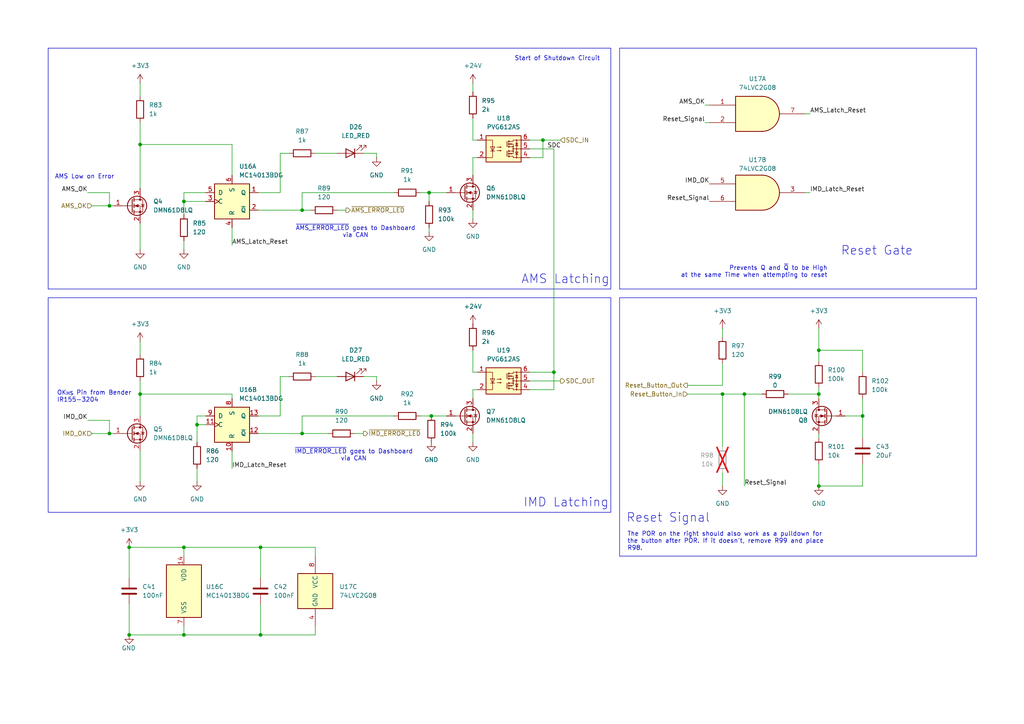
<source format=kicad_sch>
(kicad_sch (version 20250114) (generator "eeschema") (generator_version "9.0")
  (paper "A4")
  (title_block (title "SDC Latching") (date "2025-03-09") (rev "V1") (comment 1 "Lene Marquardt"))
  (lib_symbols
    (symbol "4xxx:4013" (pin_names (offset 1.016))
      (property "Reference" "U" (at -7.62 8.89 0))
      (property "Value" "4013" (at -7.62 -8.89 0))
      (symbol "4013_1_1"
        (rectangle (start -5.08 5.08) (end 5.08 -5.08) (stroke (width 0.254)) (fill (type background)))
        (pin input line (at -7.62 2.54 0) (length 2.54) (name "D") (number "5"))
        (pin input clock (at -7.62 0 0) (length 2.54) (name "C") (number "3"))
        (pin input line (at 0 7.62 270) (length 2.54) (name "S") (number "6"))
        (pin input line (at 0 -7.62 90) (length 2.54) (name "R") (number "4"))
        (pin output line (at 7.62 2.54 180) (length 2.54) (name "Q") (number "1"))
        (pin output line (at 7.62 -2.54 180) (length 2.54) (name "~{Q}") (number "2"))
      )
      (symbol "4013_2_1"
        (rectangle (start -5.08 5.08) (end 5.08 -5.08) (stroke (width 0.254)) (fill (type background)))
        (pin input line (at -7.62 2.54 0) (length 2.54) (name "D") (number "9"))
        (pin input clock (at -7.62 0 0) (length 2.54) (name "C") (number "11"))
        (pin input line (at 0 7.62 270) (length 2.54) (name "S") (number "8"))
        (pin input line (at 0 -7.62 90) (length 2.54) (name "R") (number "10"))
        (pin output line (at 7.62 2.54 180) (length 2.54) (name "Q") (number "13"))
        (pin output line (at 7.62 -2.54 180) (length 2.54) (name "~{Q}") (number "12"))
      )
      (symbol "4013_3_0"
        (pin power_in line (at 0 10.16 270) (length 2.54) (name "VDD") (number "14"))
        (pin power_in line (at 0 -10.16 90) (length 2.54) (name "VSS") (number "7"))
      )
      (symbol "4013_3_1"
        (rectangle (start -5.08 7.62) (end 5.08 -7.62) (stroke (width 0.254)) (fill (type background)))
      )
    )
    (symbol "74xGxx:74LVC2G08"
      (property "Reference" "U" (at -10.16 7.62 0))
      (property "Value" "74LVC2G08" (at -10.16 -7.62 0))
      (symbol "74LVC2G08_1_1"
        (arc (start 0 5.08) (mid 5.0579 0) (end 0 -5.08) (stroke (width 0.254)) (fill (type background)))
        (polyline (pts (xy 0 -5.08) (xy -7.62 -5.08) (xy -7.62 5.08) (xy 0 5.08)) (stroke (width 0.254)) (fill (type background)))
        (pin input line (at -15.24 2.54 0) (length 7.62) (name "~") (number "1"))
        (pin input line (at -15.24 -2.54 0) (length 7.62) (name "~") (number "2"))
        (pin output line (at 12.7 0 180) (length 7.62) (name "~") (number "7"))
      )
      (symbol "74LVC2G08_2_1"
        (arc (start 0 5.08) (mid 5.0579 0) (end 0 -5.08) (stroke (width 0.254)) (fill (type background)))
        (polyline (pts (xy 0 -5.08) (xy -7.62 -5.08) (xy -7.62 5.08) (xy 0 5.08)) (stroke (width 0.254)) (fill (type background)))
        (pin input line (at -15.24 2.54 0) (length 7.62) (name "~") (number "5"))
        (pin input line (at -15.24 -2.54 0) (length 7.62) (name "~") (number "6"))
        (pin output line (at 12.7 0 180) (length 7.62) (name "~") (number "3"))
      )
      (symbol "74LVC2G08_3_0"
        (rectangle (start -5.08 -5.08) (end 5.08 5.08) (stroke (width 0.254)) (fill (type background)))
      )
      (symbol "74LVC2G08_3_1"
        (pin power_in line (at 0 10.16 270) (length 5.08) (name "VCC") (number "8"))
        (pin power_in line (at 0 -10.16 90) (length 5.08) (name "GND") (number "4"))
      )
    )
    (symbol "Device:C" (pin_numbers (hide yes)) (pin_names (offset 0.254))
      (property "Reference" "C" (at 0.635 2.54 0))
      (property "Value" "C" (at 0.635 -2.54 0))
      (symbol "C_0_1"
        (polyline (pts (xy -2.032 0.762) (xy 2.032 0.762)) (stroke (width 0.508)))
        (polyline (pts (xy -2.032 -0.762) (xy 2.032 -0.762)) (stroke (width 0.508)))
      )
      (symbol "C_1_1"
        (pin passive line (at 0 3.81 270) (length 2.794) (name "~") (number "1"))
        (pin passive line (at 0 -3.81 90) (length 2.794) (name "~") (number "2"))
      )
    )
    (symbol "Device:LED" (pin_numbers (hide yes)) (pin_names (offset 1.016) (hide yes))
      (property "Reference" "D" (at 0 2.54 0))
      (property "Value" "LED" (at 0 -2.54 0))
      (symbol "LED_0_1"
        (polyline (pts (xy -3.048 -0.762) (xy -4.572 -2.286) (xy -3.81 -2.286) (xy -4.572 -2.286) (xy -4.572 -1.524)))
        (polyline (pts (xy -1.778 -0.762) (xy -3.302 -2.286) (xy -2.54 -2.286) (xy -3.302 -2.286) (xy -3.302 -1.524)))
        (polyline (pts (xy -1.27 0) (xy 1.27 0)))
        (polyline (pts (xy -1.27 -1.27) (xy -1.27 1.27)) (stroke (width 0.254)))
        (polyline (pts (xy 1.27 -1.27) (xy 1.27 1.27) (xy -1.27 0) (xy 1.27 -1.27)) (stroke (width 0.254)))
      )
      (symbol "LED_1_1"
        (pin passive line (at -3.81 0 0) (length 2.54) (name "K") (number "1"))
        (pin passive line (at 3.81 0 180) (length 2.54) (name "A") (number "2"))
      )
    )
    (symbol "Device:R" (pin_numbers (hide yes)) (pin_names (offset 0))
      (property "Reference" "R" (at 2.032 0 90))
      (property "Value" "R" (at 0 0 90))
      (symbol "R_0_1"
        (rectangle (start -1.016 -2.54) (end 1.016 2.54) (stroke (width 0.254)))
      )
      (symbol "R_1_1"
        (pin passive line (at 0 3.81 270) (length 1.27) (name "~") (number "1"))
        (pin passive line (at 0 -3.81 90) (length 1.27) (name "~") (number "2"))
      )
    )
    (symbol "FaSTTUBe_Power-Switches:PVG612AS"
      (property "Reference" "U" (at -3.81 5.08 0))
      (property "Value" "PVG612AS" (at 0 -5.08 0))
      (symbol "PVG612AS_0_1"
        (rectangle (start -5.08 3.81) (end 5.08 -3.81) (stroke (width 0.254)) (fill (type background)))
        (polyline (pts (xy -5.08 2.54) (xy -3.175 2.54) (xy -3.175 -2.54) (xy -5.08 -2.54)))
        (polyline (pts (xy -3.81 -0.635) (xy -2.54 -0.635)))
        (polyline (pts (xy -3.175 -0.635) (xy -3.81 0.635) (xy -2.54 0.635) (xy -3.175 -0.635)))
        (polyline (pts (xy -1.905 0.508) (xy -0.635 0.508) (xy -1.016 0.381) (xy -1.016 0.635) (xy -0.635 0.508)))
        (polyline (pts (xy -1.905 -0.508) (xy -0.635 -0.508) (xy -1.016 -0.635) (xy -1.016 -0.381) (xy -0.635 -0.508)))
        (polyline (pts (xy 1.016 2.159) (xy 1.016 0.635)) (stroke (width 0.2032)))
        (polyline (pts (xy 1.016 -0.635) (xy 1.016 -2.159)) (stroke (width 0.2032)))
        (polyline (pts (xy 1.524 2.286) (xy 1.524 2.032) (xy 1.524 2.032)) (stroke (width 0.3556)))
        (polyline (pts (xy 1.524 1.524) (xy 1.524 1.27) (xy 1.524 1.27)) (stroke (width 0.3556)))
        (polyline (pts (xy 1.524 0.762) (xy 1.524 0.508) (xy 1.524 0.508)) (stroke (width 0.3556)))
        (polyline (pts (xy 1.524 -0.508) (xy 1.524 -0.762)) (stroke (width 0.3556)))
        (polyline (pts (xy 1.524 -1.27) (xy 1.524 -1.524) (xy 1.524 -1.524)) (stroke (width 0.3556)))
        (polyline (pts (xy 1.524 -2.032) (xy 1.524 -2.286) (xy 1.524 -2.286)) (stroke (width 0.3556)))
        (polyline (pts (xy 1.651 2.159) (xy 2.794 2.159) (xy 2.794 2.54) (xy 5.08 2.54)))
        (polyline (pts (xy 1.651 1.397) (xy 2.794 1.397) (xy 2.794 0.635)))
        (polyline (pts (xy 1.651 -0.635) (xy 2.794 -0.635) (xy 2.794 0.635) (xy 1.651 0.635)))
        (polyline (pts (xy 1.651 -1.397) (xy 2.794 -1.397) (xy 2.794 -0.635)))
        (polyline (pts (xy 1.651 -2.159) (xy 2.794 -2.159) (xy 2.794 -2.54) (xy 5.08 -2.54)))
        (polyline (pts (xy 1.778 1.397) (xy 2.286 1.524) (xy 2.286 1.27) (xy 1.778 1.397)))
        (polyline (pts (xy 1.778 -1.397) (xy 2.286 -1.27) (xy 2.286 -1.524) (xy 1.778 -1.397)))
        (circle (center 2.794 0.635) (radius 0.127))
        (polyline (pts (xy 2.794 0) (xy 5.08 0)))
        (circle (center 2.794 0) (radius 0.127))
        (circle (center 2.794 -0.635) (radius 0.127))
        (polyline (pts (xy 3.429 1.651) (xy 4.191 1.651)))
        (polyline (pts (xy 3.429 -1.651) (xy 4.191 -1.651)))
        (circle (center 3.81 2.54) (radius 0.127))
        (polyline (pts (xy 3.81 1.651) (xy 3.429 0.889) (xy 4.191 0.889) (xy 3.81 1.651)))
        (circle (center 3.81 0) (radius 0.127))
        (polyline (pts (xy 3.81 -1.651) (xy 3.429 -0.889) (xy 4.191 -0.889) (xy 3.81 -1.651)))
        (polyline (pts (xy 3.81 -2.54) (xy 3.81 2.54)))
        (circle (center 3.81 -2.54) (radius 0.127))
      )
      (symbol "PVG612AS_1_1"
        (pin passive line (at -7.62 2.54 0) (length 2.54) (name "~") (number "1"))
        (pin passive line (at -7.62 -2.54 0) (length 2.54) (name "~") (number "2"))
        (pin no_connect line (at -5.08 0 0) (length 2.54) (hide yes) (name "~") (number "3"))
        (pin passive line (at 7.62 2.54 180) (length 2.54) (name "~") (number "6"))
        (pin passive line (at 7.62 0 180) (length 2.54) (name "~") (number "5"))
        (pin passive line (at 7.62 -2.54 180) (length 2.54) (name "~") (number "4"))
      )
    )
    (symbol "Transistor_FET:DMN61D8LQ" (pin_names (hide yes))
      (property "Reference" "Q" (at 5.08 1.905 0))
      (property "Value" "DMN61D8LQ" (at 5.08 0 0))
      (symbol "DMN61D8LQ_0_1"
        (polyline (pts (xy 0.254 1.905) (xy 0.254 -1.905)) (stroke (width 0.254)))
        (polyline (pts (xy 0.254 0) (xy -2.54 0)))
        (polyline (pts (xy 0.762 2.286) (xy 0.762 1.27)) (stroke (width 0.254)))
        (polyline (pts (xy 0.762 0.508) (xy 0.762 -0.508)) (stroke (width 0.254)))
        (polyline (pts (xy 0.762 -1.27) (xy 0.762 -2.286)) (stroke (width 0.254)))
        (polyline (pts (xy 0.762 -1.778) (xy 3.302 -1.778) (xy 3.302 1.778) (xy 0.762 1.778)))
        (polyline (pts (xy 1.016 0) (xy 2.032 0.381) (xy 2.032 -0.381) (xy 1.016 0)) (fill (type outline)))
        (circle (center 1.651 0) (radius 2.794) (stroke (width 0.254)))
        (polyline (pts (xy 2.54 2.54) (xy 2.54 1.778)))
        (circle (center 2.54 1.778) (radius 0.254) (fill (type outline)))
        (circle (center 2.54 -1.778) (radius 0.254) (fill (type outline)))
        (polyline (pts (xy 2.54 -2.54) (xy 2.54 0) (xy 0.762 0)))
        (polyline (pts (xy 2.794 0.508) (xy 2.921 0.381) (xy 3.683 0.381) (xy 3.81 0.254)))
        (polyline (pts (xy 3.302 0.381) (xy 2.921 -0.254) (xy 3.683 -0.254) (xy 3.302 0.381)))
      )
      (symbol "DMN61D8LQ_1_1"
        (pin input line (at -5.08 0 0) (length 2.54) (name "G") (number "1"))
        (pin passive line (at 2.54 5.08 270) (length 2.54) (name "D") (number "3"))
        (pin passive line (at 2.54 -5.08 90) (length 2.54) (name "S") (number "2"))
      )
    )
    (symbol "power:+24V" (power) (pin_numbers (hide yes)) (pin_names (offset 0) (hide yes))
      (property "Value" "+24V" (at 0 3.556 0))
      (symbol "+24V_0_1"
        (polyline (pts (xy -0.762 1.27) (xy 0 2.54)))
        (polyline (pts (xy 0 2.54) (xy 0.762 1.27)))
        (polyline (pts (xy 0 0) (xy 0 2.54)))
      )
      (symbol "+24V_1_1"
        (pin power_in line (at 0 0 90) (length 0) (name "~") (number "1"))
      )
    )
    (symbol "power:+3V3" (power) (pin_numbers (hide yes)) (pin_names (offset 0) (hide yes))
      (property "Value" "+3V3" (at 0 3.556 0))
      (symbol "+3V3_0_1"
        (polyline (pts (xy -0.762 1.27) (xy 0 2.54)))
        (polyline (pts (xy 0 2.54) (xy 0.762 1.27)))
        (polyline (pts (xy 0 0) (xy 0 2.54)))
      )
      (symbol "+3V3_1_1"
        (pin power_in line (at 0 0 90) (length 0) (name "~") (number "1"))
      )
    )
    (symbol "power:GND" (power) (pin_numbers (hide yes)) (pin_names (offset 0) (hide yes))
      (property "Value" "GND" (at 0 -3.81 0))
      (symbol "GND_0_1"
        (polyline (pts (xy 0 0) (xy 0 -1.27) (xy 1.27 -1.27) (xy 0 -2.54) (xy -1.27 -1.27) (xy 0 -1.27)))
      )
      (symbol "GND_1_1"
        (pin power_in line (at 0 0 270) (length 0) (name "~") (number "1"))
      )
    )
  )
  (text "AMS Latching" (at 151.13 82.55 0) (effects (font (size 2.54 2.54)) (justify left bottom)))
  (text "Prevents Q and ~{Q} to be High\nat the same Time when attempting to reset" (at 240.03 80.645 0) (effects (font (size 1.27 1.27)) (justify right bottom)))
  (text "AMS Low on Error" (at 15.875 52.07 0) (effects (font (size 1.27 1.27)) (justify left bottom)))
  (text "~{IMD_ERROR_LED} goes to Dashboard\nvia CAN" (at 102.616 133.858 0) (effects (font (size 1.27 1.27)) (justify bottom)))
  (text "~{AMS_ERROR_LED} goes to Dashboard\nvia CAN" (at 103.124 69.088 0) (effects (font (size 1.27 1.27)) (justify bottom)))
  (text "Reset Gate\n" (at 243.84 74.295 0) (effects (font (size 2.54 2.54)) (justify left bottom)))
  (text "Start of Shutdown Circuit" (at 149.225 17.78 0) (effects (font (size 1.27 1.27)) (justify left bottom)))
  (text "OK_{HS} Pin from Bender\nIR155-3204" (at 16.51 116.84 0) (effects (font (size 1.27 1.27)) (justify left bottom)))
  (text "Reset Signal" (at 181.61 151.765 0) (effects (font (size 2.54 2.54)) (justify left bottom)))
  (text "IMD Latching" (at 151.765 147.32 0) (effects (font (size 2.54 2.54)) (justify left bottom)))
  (text_box "The POR on the right should also work as a pulldown for the button after POR. If it doesn't, remove R99 and place R98." (at 180.975 153.035 0) (size 59.69 7.62) (margins 0.9524 0.9524 0.9524 0.9524) (stroke (width -0.0001)) (effects (font (size 1.27 1.27)) (justify left top)))
  (junction (at 215.9 114.3))
  (junction (at 57.15 123.19))
  (junction (at 40.64 114.3))
  (junction (at 75.565 184.15))
  (junction (at 157.48 40.64))
  (junction (at 237.49 140.97))
  (junction (at 53.34 184.15))
  (junction (at 160.655 107.95))
  (junction (at 31.75 59.69))
  (junction (at 237.49 114.3))
  (junction (at 53.34 58.42))
  (junction (at 31.75 125.73))
  (junction (at 125.095 120.65))
  (junction (at 37.465 184.15))
  (junction (at 87.63 125.73))
  (junction (at 209.55 114.3))
  (junction (at 40.64 41.91))
  (junction (at 37.465 158.75))
  (junction (at 75.565 158.75))
  (junction (at 124.46 55.88))
  (junction (at 250.19 120.65))
  (junction (at 53.34 158.75))
  (junction (at 87.63 60.96))
  (junction (at 237.49 101.6))
  (wire (pts (xy 25.4 55.88) (xy 31.75 55.88)))
  (wire (pts (xy 250.19 120.65) (xy 245.11 120.65)))
  (wire (pts (xy 125.095 120.65) (xy 129.54 120.65)))
  (wire (pts (xy 40.64 24.13) (xy 40.64 27.94)))
  (wire (pts (xy 75.565 184.15) (xy 91.44 184.15)))
  (wire (pts (xy 157.48 40.64) (xy 157.48 45.72)))
  (polyline (pts (xy 283.21 161.29) (xy 283.21 86.36)))
  (polyline (pts (xy 179.705 161.29) (xy 283.21 161.29)))
  (wire (pts (xy 105.41 44.45) (xy 109.22 44.45)))
  (polyline (pts (xy 177.165 86.36) (xy 177.165 148.59)))
  (polyline (pts (xy 13.97 83.82) (xy 13.97 13.97)))
  (wire (pts (xy 250.19 120.65) (xy 250.19 127)))
  (wire (pts (xy 137.16 115.57) (xy 137.16 113.03)))
  (wire (pts (xy 204.47 30.48) (xy 205.74 30.48)))
  (wire (pts (xy 75.565 158.75) (xy 91.44 158.75)))
  (wire (pts (xy 237.49 112.395) (xy 237.49 114.3)))
  (wire (pts (xy 233.68 33.02) (xy 234.95 33.02)))
  (wire (pts (xy 114.3 55.88) (xy 87.63 55.88)))
  (wire (pts (xy 160.655 107.95) (xy 160.655 113.03)))
  (wire (pts (xy 87.63 120.65) (xy 87.63 125.73)))
  (wire (pts (xy 40.64 64.77) (xy 40.64 72.39)))
  (wire (pts (xy 67.31 41.91) (xy 67.31 50.8)))
  (polyline (pts (xy 179.705 83.82) (xy 283.21 83.82)))
  (wire (pts (xy 40.64 110.49) (xy 40.64 114.3)))
  (wire (pts (xy 40.64 99.06) (xy 40.64 102.87)))
  (wire (pts (xy 215.9 114.3) (xy 220.98 114.3)))
  (wire (pts (xy 138.43 107.95) (xy 137.16 107.95)))
  (wire (pts (xy 57.15 135.89) (xy 57.15 139.7)))
  (wire (pts (xy 109.22 109.22) (xy 109.22 110.49)))
  (wire (pts (xy 199.39 111.76) (xy 209.55 111.76)))
  (wire (pts (xy 37.465 158.75) (xy 37.465 167.64)))
  (wire (pts (xy 250.19 101.6) (xy 250.19 107.95)))
  (wire (pts (xy 53.34 62.23) (xy 53.34 58.42)))
  (wire (pts (xy 91.44 181.61) (xy 91.44 184.15)))
  (wire (pts (xy 75.565 175.26) (xy 75.565 184.15)))
  (wire (pts (xy 237.49 127) (xy 237.49 125.73)))
  (wire (pts (xy 237.49 140.97) (xy 250.19 140.97)))
  (wire (pts (xy 74.93 55.88) (xy 81.28 55.88)))
  (wire (pts (xy 91.44 158.75) (xy 91.44 161.29)))
  (wire (pts (xy 40.64 35.56) (xy 40.64 41.91)))
  (polyline (pts (xy 13.97 13.97) (xy 177.165 13.97)))
  (wire (pts (xy 53.34 58.42) (xy 59.69 58.42)))
  (wire (pts (xy 91.44 109.22) (xy 97.79 109.22)))
  (wire (pts (xy 157.48 45.72) (xy 153.67 45.72)))
  (wire (pts (xy 137.16 45.72) (xy 138.43 45.72)))
  (wire (pts (xy 114.3 120.65) (xy 87.63 120.65)))
  (wire (pts (xy 74.93 125.73) (xy 87.63 125.73)))
  (polyline (pts (xy 13.97 148.59) (xy 13.97 86.36)))
  (wire (pts (xy 105.41 109.22) (xy 109.22 109.22)))
  (wire (pts (xy 215.9 114.3) (xy 215.9 140.97)))
  (wire (pts (xy 204.47 35.56) (xy 205.74 35.56)))
  (wire (pts (xy 97.79 60.96) (xy 100.33 60.96)))
  (wire (pts (xy 137.16 60.96) (xy 137.16 63.5)))
  (wire (pts (xy 109.22 44.45) (xy 109.22 45.72)))
  (wire (pts (xy 37.465 158.75) (xy 53.34 158.75)))
  (wire (pts (xy 31.75 55.88) (xy 31.75 59.69)))
  (wire (pts (xy 53.34 184.15) (xy 75.565 184.15)))
  (wire (pts (xy 87.63 60.96) (xy 90.17 60.96)))
  (polyline (pts (xy 179.705 86.36) (xy 283.21 86.36)))
  (wire (pts (xy 233.68 55.88) (xy 234.95 55.88)))
  (wire (pts (xy 137.16 40.64) (xy 137.16 34.29)))
  (polyline (pts (xy 177.165 83.82) (xy 13.97 83.82)))
  (wire (pts (xy 199.39 114.3) (xy 209.55 114.3)))
  (wire (pts (xy 74.93 60.96) (xy 87.63 60.96)))
  (wire (pts (xy 137.16 125.73) (xy 137.16 128.27)))
  (wire (pts (xy 160.655 43.18) (xy 160.655 107.95)))
  (wire (pts (xy 81.28 44.45) (xy 83.82 44.45)))
  (wire (pts (xy 53.34 69.85) (xy 53.34 72.39)))
  (wire (pts (xy 87.63 125.73) (xy 95.25 125.73)))
  (wire (pts (xy 121.92 120.65) (xy 125.095 120.65)))
  (wire (pts (xy 102.87 125.73) (xy 105.41 125.73)))
  (wire (pts (xy 138.43 40.64) (xy 137.16 40.64)))
  (wire (pts (xy 124.46 66.04) (xy 124.46 67.31)))
  (wire (pts (xy 53.34 158.75) (xy 75.565 158.75)))
  (wire (pts (xy 57.15 120.65) (xy 59.69 120.65)))
  (wire (pts (xy 40.64 114.3) (xy 40.64 120.65)))
  (polyline (pts (xy 283.21 13.97) (xy 179.705 13.97)))
  (polyline (pts (xy 13.97 86.36) (xy 177.165 86.36)))
  (wire (pts (xy 124.46 55.88) (xy 124.46 58.42)))
  (wire (pts (xy 26.67 125.73) (xy 31.75 125.73)))
  (wire (pts (xy 31.75 59.69) (xy 33.02 59.69)))
  (wire (pts (xy 153.67 43.18) (xy 160.655 43.18)))
  (wire (pts (xy 250.19 140.97) (xy 250.19 134.62)))
  (wire (pts (xy 237.49 95.25) (xy 237.49 101.6)))
  (wire (pts (xy 67.31 41.91) (xy 40.64 41.91)))
  (polyline (pts (xy 177.165 148.59) (xy 13.97 148.59)))
  (wire (pts (xy 81.28 109.22) (xy 83.82 109.22)))
  (wire (pts (xy 160.655 107.95) (xy 153.67 107.95)))
  (wire (pts (xy 75.565 158.75) (xy 75.565 167.64)))
  (wire (pts (xy 53.34 55.88) (xy 59.69 55.88)))
  (wire (pts (xy 40.64 130.81) (xy 40.64 139.7)))
  (wire (pts (xy 57.15 123.19) (xy 59.69 123.19)))
  (wire (pts (xy 160.655 113.03) (xy 153.67 113.03)))
  (wire (pts (xy 53.34 158.75) (xy 53.34 161.29)))
  (wire (pts (xy 37.465 175.26) (xy 37.465 184.15)))
  (wire (pts (xy 31.75 121.92) (xy 31.75 125.73)))
  (wire (pts (xy 67.31 114.3) (xy 67.31 115.57)))
  (wire (pts (xy 237.49 134.62) (xy 237.49 140.97)))
  (wire (pts (xy 57.15 123.19) (xy 57.15 128.27)))
  (wire (pts (xy 37.465 184.15) (xy 53.34 184.15)))
  (wire (pts (xy 209.55 111.76) (xy 209.55 105.41)))
  (wire (pts (xy 137.16 50.8) (xy 137.16 45.72)))
  (wire (pts (xy 40.64 114.3) (xy 67.31 114.3)))
  (wire (pts (xy 162.56 110.49) (xy 153.67 110.49)))
  (wire (pts (xy 40.64 41.91) (xy 40.64 54.61)))
  (wire (pts (xy 137.16 24.13) (xy 137.16 26.67)))
  (wire (pts (xy 209.55 137.16) (xy 209.55 140.97)))
  (wire (pts (xy 74.93 120.65) (xy 81.28 120.65)))
  (wire (pts (xy 87.63 55.88) (xy 87.63 60.96)))
  (polyline (pts (xy 283.21 13.97) (xy 283.21 83.82)))
  (wire (pts (xy 57.15 120.65) (xy 57.15 123.19)))
  (wire (pts (xy 209.55 95.25) (xy 209.55 97.79)))
  (wire (pts (xy 31.75 125.73) (xy 33.02 125.73)))
  (wire (pts (xy 137.16 107.95) (xy 137.16 101.6)))
  (wire (pts (xy 26.67 59.69) (xy 31.75 59.69)))
  (wire (pts (xy 25.4 121.92) (xy 31.75 121.92)))
  (wire (pts (xy 157.48 40.64) (xy 153.67 40.64)))
  (wire (pts (xy 67.31 66.04) (xy 67.31 71.12)))
  (wire (pts (xy 209.55 114.3) (xy 215.9 114.3)))
  (wire (pts (xy 237.49 114.3) (xy 237.49 115.57)))
  (wire (pts (xy 121.92 55.88) (xy 124.46 55.88)))
  (wire (pts (xy 81.28 55.88) (xy 81.28 44.45)))
  (wire (pts (xy 237.49 101.6) (xy 237.49 104.775)))
  (wire (pts (xy 250.19 115.57) (xy 250.19 120.65)))
  (wire (pts (xy 137.16 113.03) (xy 138.43 113.03)))
  (wire (pts (xy 228.6 114.3) (xy 237.49 114.3)))
  (wire (pts (xy 81.28 120.65) (xy 81.28 109.22)))
  (wire (pts (xy 67.31 130.81) (xy 67.31 135.89)))
  (polyline (pts (xy 179.705 86.36) (xy 179.705 161.29)))
  (wire (pts (xy 157.48 40.64) (xy 162.56 40.64)))
  (polyline (pts (xy 177.165 13.97) (xy 177.165 83.82)))
  (wire (pts (xy 53.34 181.61) (xy 53.34 184.15)))
  (wire (pts (xy 53.34 58.42) (xy 53.34 55.88)))
  (wire (pts (xy 91.44 44.45) (xy 97.79 44.45)))
  (wire (pts (xy 124.46 55.88) (xy 129.54 55.88)))
  (wire (pts (xy 250.19 101.6) (xy 237.49 101.6)))
  (polyline (pts (xy 179.705 13.97) (xy 179.705 83.82)))
  (wire (pts (xy 209.55 114.3) (xy 209.55 129.54)))
  (label "IMD_OK" (at 25.4 121.92 180))
  (label "AMS_OK" (at 204.47 30.48 180))
  (label "AMS_OK" (at 25.4 55.88 180))
  (label "SDC" (at 158.75 43.18 0) (property "Netclass" "SDC" (effects (hide yes))))
  (label "Reset_Signal" (at 204.47 35.56 180))
  (label "IMD_OK" (at 205.74 53.34 180))
  (label "IMD_Latch_Reset" (at 234.95 55.88 0))
  (label "AMS_Latch_Reset" (at 67.31 71.12 0))
  (label "Reset_Signal" (at 205.74 58.42 180))
  (label "IMD_Latch_Reset" (at 67.31 135.89 0))
  (label "Reset_Signal" (at 215.9 140.97 0))
  (label "AMS_Latch_Reset" (at 234.95 33.02 0))
  (hierarchical_label "Reset_Button_In" (shape input) (at 199.39 114.3 180))
  (hierarchical_label "Reset_Button_Out" (shape output) (at 199.39 111.76 180))
  (hierarchical_label "AMS_OK" (shape input) (at 26.67 59.69 180))
  (hierarchical_label "IMD_OK" (shape input) (at 26.67 125.73 180))
  (hierarchical_label "SDC_IN" (shape input) (at 162.56 40.64 0))
  (hierarchical_label "~{AMS_ERROR_LED}" (shape output) (at 100.33 60.96 0))
  (hierarchical_label "~{IMD_ERROR_LED}" (shape output) (at 105.41 125.73 0))
  (hierarchical_label "SDC_OUT" (shape output) (at 162.56 110.49 0))
  (symbol (lib_id "Device:R") (at 124.46 62.23 0) (unit 1)
    (property "Reference" "R93" (at 127 60.9599 0) (effects (justify left)))
    (property "Value" "100k" (at 127 63.4999 0) (effects (justify left)))
    (property "Footprint" "Resistor_SMD:R_0603_1608Metric" (effects (hide yes)))
    (property "Description" "Resistor" (effects (hide yes)))
  )
  (symbol (lib_id "4xxx:4013") (at 67.31 123.19 0) (unit 2)
    (property "Reference" "U16" (at 69.3294 113.03 0) (effects (justify left)))
    (property "Value" "MC14013BDG" (at 69.3294 115.57 0) (effects (justify left)))
    (property "Footprint" "Package_SO:SOIC-14_3.9x8.7mm_P1.27mm" (effects (hide yes)))
    (property "Datasheet" "http://www.onsemi.com/pub/Collateral/MC14013B-D.PDF" (effects (hide yes)))
    (property "Description" "Dual D  FlipFlop, Set & reset" (effects (hide yes)))
  )
  (symbol (lib_id "power:GND") (at 37.465 184.15 0) (unit 1)
    (property "Reference" "#PWR087" (effects (hide yes)))
    (property "Value" "GND" (at 39.37 187.96 0) (effects (justify right)))
    (property "Description" "Power symbol creates a global label with name \"GND\" , ground" (effects (hide yes)))
  )
  (symbol (lib_id "power:GND") (at 109.22 45.72 0) (unit 1)
    (property "Reference" "#PWR094" (effects (hide yes)))
    (property "Value" "GND" (at 109.22 50.8 0))
    (property "Description" "Power symbol creates a global label with name \"GND\" , ground" (effects (hide yes)))
  )
  (symbol (lib_id "power:GND") (at 124.46 67.31 0) (unit 1)
    (property "Reference" "#PWR096" (effects (hide yes)))
    (property "Value" "GND" (at 124.46 72.39 0))
    (property "Description" "Power symbol creates a global label with name \"GND\" , ground" (effects (hide yes)))
  )
  (symbol (lib_id "Device:R") (at 40.64 31.75 0) (unit 1)
    (property "Reference" "R83" (at 43.18 30.4799 0) (effects (justify left)))
    (property "Value" "1k" (at 43.18 33.0199 0) (effects (justify left)))
    (property "Footprint" "Resistor_SMD:R_0603_1608Metric" (effects (hide yes)))
    (property "Description" "Resistor" (effects (hide yes)))
  )
  (symbol (lib_id "power:+3V3") (at 237.49 95.25 0) (mirror y) (unit 1)
    (property "Reference" "#PWR0104" (effects (hide yes)))
    (property "Value" "+3V3" (at 237.49 90.17 0))
    (property "Description" "Power symbol creates a global label with name \"+3V3\"" (effects (hide yes)))
  )
  (symbol (lib_id "power:+24V") (at 137.16 93.98 0) (unit 1)
    (property "Reference" "#PWR098" (effects (hide yes)))
    (property "Value" "+24V" (at 137.16 88.9 0))
    (property "Description" "Power symbol creates a global label with name \"+24V\"" (effects (hide yes)))
  )
  (symbol (lib_id "Transistor_FET:DMN61D8LQ") (at 240.03 120.65 0) (mirror y) (unit 1)
    (property "Reference" "Q8" (at 234.315 121.9201 0) (effects (justify left)))
    (property "Value" "DMN61D8LQ" (at 234.315 119.3801 0) (effects (justify left)))
    (property "Footprint" "Package_TO_SOT_SMD:SOT-23" (effects (hide yes)))
    (property "Datasheet" "https://www.diodes.com/assets/Datasheets/DMN61D8LQ.pdf" (effects (hide yes)))
    (property "Description" "60V Vds, 0.470A Id, N-Channel MOSFET for switching inductive loads , SOT-23" (effects (hide yes)))
  )
  (symbol (lib_id "power:GND") (at 137.16 128.27 0) (unit 1)
    (property "Reference" "#PWR0101" (effects (hide yes)))
    (property "Value" "GND" (at 137.16 133.35 0))
    (property "Description" "Power symbol creates a global label with name \"GND\" , ground" (effects (hide yes)))
  )
  (symbol (lib_id "power:GND") (at 57.15 139.7 0) (unit 1)
    (property "Reference" "#PWR093" (effects (hide yes)))
    (property "Value" "GND" (at 57.15 144.78 0))
    (property "Description" "Power symbol creates a global label with name \"GND\" , ground" (effects (hide yes)))
  )
  (symbol (lib_id "FaSTTUBe_Power-Switches:PVG612AS") (at 146.05 110.49 0) (unit 1)
    (property "Reference" "U19" (at 146.05 101.6 0))
    (property "Value" "PVG612AS" (at 146.05 104.14 0))
    (property "Footprint" "Package_DIP:SMDIP-6_W9.53mm" (effects (hide yes)))
    (property "Datasheet" "https://www.infineon.com/dgdl/Infineon-PVG612A-DataSheet-v01_00-EN.pdf?fileId=5546d462533600a401535683ca14293a" (effects (hide yes)))
    (property "Description" "Photo MOSFET optically coupled, 60VDC, 4A, 35mohm, Isolation 4000 VRMS, SMDIP-6" (effects (hide yes)))
  )
  (symbol (lib_id "Device:R") (at 237.49 108.585 0) (mirror y) (unit 1)
    (property "Reference" "R100" (at 240.03 107.315 0) (effects (justify right)))
    (property "Value" "100k" (at 240.03 109.855 0) (effects (justify right)))
    (property "Footprint" "Resistor_SMD:R_0603_1608Metric" (effects (hide yes)))
    (property "Description" "Resistor" (effects (hide yes)))
  )
  (symbol (lib_id "Transistor_FET:DMN61D8LQ") (at 38.1 59.69 0) (unit 1)
    (property "Reference" "Q4" (at 44.45 58.4199 0) (effects (justify left)))
    (property "Value" "DMN61D8LQ" (at 44.45 60.9599 0) (effects (justify left)))
    (property "Footprint" "Package_TO_SOT_SMD:SOT-23" (effects (hide yes)))
    (property "Datasheet" "https://www.diodes.com/assets/Datasheets/DMN61D8LQ.pdf" (effects (hide yes)))
    (property "Description" "60V Vds, 0.470A Id, N-Channel MOSFET for switching inductive loads , SOT-23" (effects (hide yes)))
  )
  (symbol (lib_id "Device:C") (at 250.19 130.81 0) (mirror y) (unit 1)
    (property "Reference" "C43" (at 254 129.5399 0) (effects (justify right)))
    (property "Value" "20uF" (at 254 132.0799 0) (effects (justify right)))
    (property "Footprint" "Capacitor_SMD:C_0805_2012Metric" (effects (hide yes)))
    (property "Description" "Unpolarized capacitor" (effects (hide yes)))
  )
  (symbol (lib_id "Device:LED") (at 101.6 44.45 180) (unit 1)
    (property "Reference" "D26" (at 103.1875 36.83 0))
    (property "Value" "LED_RED" (at 103.1875 39.37 0))
    (property "Footprint" "LED_SMD:LED_0603_1608Metric" (effects (hide yes)))
    (property "Description" "Light emitting diode" (effects (hide yes)))
  )
  (symbol (lib_id "power:GND") (at 125.095 128.27 0) (unit 1)
    (property "Reference" "#PWR097" (effects (hide yes)))
    (property "Value" "GND" (at 125.095 133.35 0))
    (property "Description" "Power symbol creates a global label with name \"GND\" , ground" (effects (hide yes)))
  )
  (symbol (lib_id "power:GND") (at 237.49 140.97 0) (mirror y) (unit 1)
    (property "Reference" "#PWR0105" (effects (hide yes)))
    (property "Value" "GND" (at 237.49 146.05 0))
    (property "Description" "Power symbol creates a global label with name \"GND\" , ground" (effects (hide yes)))
  )
  (symbol (lib_id "Device:C") (at 75.565 171.45 180) (unit 1)
    (property "Reference" "C42" (at 79.375 170.18 0) (effects (justify right)))
    (property "Value" "100nF" (at 79.375 172.72 0) (effects (justify right)))
    (property "Footprint" "Capacitor_SMD:C_0603_1608Metric" (effects (hide yes)))
    (property "Description" "Unpolarized capacitor" (effects (hide yes)))
  )
  (symbol (lib_id "power:+24V") (at 137.16 24.13 0) (unit 1)
    (property "Reference" "#PWR053" (effects (hide yes)))
    (property "Value" "+24V" (at 137.16 19.05 0))
    (property "Description" "Power symbol creates a global label with name \"+24V\"" (effects (hide yes)))
  )
  (symbol (lib_id "power:+3V3") (at 37.465 158.75 0) (unit 1)
    (property "Reference" "#PWR086" (effects (hide yes)))
    (property "Value" "+3V3" (at 37.465 153.67 0))
    (property "Description" "Power symbol creates a global label with name \"+3V3\"" (effects (hide yes)))
  )
  (symbol (lib_id "Device:R") (at 53.34 66.04 0) (unit 1)
    (property "Reference" "R85" (at 55.88 64.7699 0) (effects (justify left)))
    (property "Value" "120" (at 55.88 67.3099 0) (effects (justify left)))
    (property "Footprint" "Resistor_SMD:R_0603_1608Metric" (effects (hide yes)))
    (property "Description" "Resistor" (effects (hide yes)))
  )
  (symbol (lib_id "Device:R") (at 250.19 111.76 0) (mirror y) (unit 1)
    (property "Reference" "R102" (at 252.73 110.49 0) (effects (justify right)))
    (property "Value" "100k" (at 252.73 113.03 0) (effects (justify right)))
    (property "Footprint" "Resistor_SMD:R_0603_1608Metric" (effects (hide yes)))
    (property "Description" "Resistor" (effects (hide yes)))
  )
  (symbol (lib_id "Device:R") (at 224.79 114.3 90) (mirror x) (unit 1)
    (property "Reference" "R99" (at 224.79 109.22 90))
    (property "Value" "0" (at 224.79 111.76 90))
    (property "Footprint" "Resistor_SMD:R_0603_1608Metric" (effects (hide yes)))
    (property "Description" "Resistor" (effects (hide yes)))
  )
  (symbol (lib_id "Transistor_FET:DMN61D8LQ") (at 134.62 55.88 0) (unit 1)
    (property "Reference" "Q6" (at 140.97 54.6099 0) (effects (justify left)))
    (property "Value" "DMN61D8LQ" (at 140.97 57.1499 0) (effects (justify left)))
    (property "Footprint" "Package_TO_SOT_SMD:SOT-23" (effects (hide yes)))
    (property "Datasheet" "https://www.diodes.com/assets/Datasheets/DMN61D8LQ.pdf" (effects (hide yes)))
    (property "Description" "60V Vds, 0.470A Id, N-Channel MOSFET for switching inductive loads , SOT-23" (effects (hide yes)))
  )
  (symbol (lib_id "Device:R") (at 99.06 125.73 90) (unit 1)
    (property "Reference" "R90" (at 99.06 119.38 90))
    (property "Value" "120" (at 99.06 121.92 90))
    (property "Footprint" "Resistor_SMD:R_0603_1608Metric" (effects (hide yes)))
    (property "Description" "Resistor" (effects (hide yes)))
  )
  (symbol (lib_id "power:GND") (at 137.16 63.5 0) (unit 1)
    (property "Reference" "#PWR099" (effects (hide yes)))
    (property "Value" "GND" (at 137.16 68.58 0))
    (property "Description" "Power symbol creates a global label with name \"GND\" , ground" (effects (hide yes)))
  )
  (symbol (lib_id "74xGxx:74LVC2G08") (at 91.44 171.45 0) (unit 3)
    (property "Reference" "U17" (at 98.425 170.1799 0) (effects (justify left)))
    (property "Value" "74LVC2G08" (at 98.425 172.7199 0) (effects (justify left)))
    (property "Footprint" "Package_SO:TSSOP-8_3x3mm_P0.65mm" (effects (hide yes)))
    (property "Datasheet" "http://www.ti.com/lit/sg/scyt129e/scyt129e.pdf" (effects (hide yes)))
    (property "Description" "Dual AND Gate, Low-Voltage CMOS" (effects (hide yes)))
  )
  (symbol (lib_id "power:GND") (at 109.22 110.49 0) (unit 1)
    (property "Reference" "#PWR095" (effects (hide yes)))
    (property "Value" "GND" (at 109.22 115.57 0))
    (property "Description" "Power symbol creates a global label with name \"GND\" , ground" (effects (hide yes)))
  )
  (symbol (lib_id "Device:R") (at 57.15 132.08 0) (unit 1)
    (property "Reference" "R86" (at 59.69 130.8099 0) (effects (justify left)))
    (property "Value" "120" (at 59.69 133.3499 0) (effects (justify left)))
    (property "Footprint" "Resistor_SMD:R_0603_1608Metric" (effects (hide yes)))
    (property "Description" "Resistor" (effects (hide yes)))
  )
  (symbol (lib_id "74xGxx:74LVC2G08") (at 220.98 55.88 0) (unit 2)
    (property "Reference" "U17" (at 219.6989 46.355 0))
    (property "Value" "74LVC2G08" (at 219.6989 48.895 0))
    (property "Footprint" "Package_SO:TSSOP-8_3x3mm_P0.65mm" (effects (hide yes)))
    (property "Datasheet" "http://www.ti.com/lit/sg/scyt129e/scyt129e.pdf" (effects (hide yes)))
    (property "Description" "Dual AND Gate, Low-Voltage CMOS" (effects (hide yes)))
  )
  (symbol (lib_id "Device:R") (at 40.64 106.68 0) (unit 1)
    (property "Reference" "R84" (at 43.18 105.4099 0) (effects (justify left)))
    (property "Value" "1k" (at 43.18 107.9499 0) (effects (justify left)))
    (property "Footprint" "Resistor_SMD:R_0603_1608Metric" (effects (hide yes)))
    (property "Description" "Resistor" (effects (hide yes)))
  )
  (symbol (lib_id "4xxx:4013") (at 53.34 171.45 0) (unit 3)
    (property "Reference" "U16" (at 59.69 170.1799 0) (effects (justify left)))
    (property "Value" "MC14013BDG" (at 59.69 172.7199 0) (effects (justify left)))
    (property "Footprint" "Package_SO:SOIC-14_3.9x8.7mm_P1.27mm" (effects (hide yes)))
    (property "Datasheet" "http://www.onsemi.com/pub/Collateral/MC14013B-D.PDF" (effects (hide yes)))
    (property "Description" "Dual D  FlipFlop, Set & reset" (effects (hide yes)))
  )
  (symbol (lib_id "Device:R") (at 87.63 109.22 90) (unit 1)
    (property "Reference" "R88" (at 87.63 102.87 90))
    (property "Value" "1k" (at 87.63 105.41 90))
    (property "Footprint" "Resistor_SMD:R_0603_1608Metric" (effects (hide yes)))
    (property "Description" "Resistor" (effects (hide yes)))
  )
  (symbol (lib_id "Device:R") (at 93.98 60.96 90) (unit 1)
    (property "Reference" "R89" (at 93.98 54.61 90))
    (property "Value" "120" (at 93.98 57.15 90))
    (property "Footprint" "Resistor_SMD:R_0603_1608Metric" (effects (hide yes)))
    (property "Description" "Resistor" (effects (hide yes)))
  )
  (symbol (lib_id "power:+3V3") (at 40.64 99.06 0) (unit 1)
    (property "Reference" "#PWR090" (effects (hide yes)))
    (property "Value" "+3V3" (at 40.64 93.98 0))
    (property "Description" "Power symbol creates a global label with name \"+3V3\"" (effects (hide yes)))
  )
  (symbol (lib_id "power:GND") (at 40.64 72.39 0) (unit 1)
    (property "Reference" "#PWR089" (effects (hide yes)))
    (property "Value" "GND" (at 40.64 77.47 0))
    (property "Description" "Power symbol creates a global label with name \"GND\" , ground" (effects (hide yes)))
  )
  (symbol (lib_id "Device:R") (at 209.55 101.6 0) (unit 1)
    (property "Reference" "R97" (at 212.09 100.3299 0) (effects (justify left)))
    (property "Value" "120" (at 212.09 102.8699 0) (effects (justify left)))
    (property "Footprint" "Resistor_SMD:R_0603_1608Metric" (effects (hide yes)))
    (property "Description" "Resistor" (effects (hide yes)))
  )
  (symbol (lib_id "Transistor_FET:DMN61D8LQ") (at 134.62 120.65 0) (unit 1)
    (property "Reference" "Q7" (at 140.97 119.3799 0) (effects (justify left)))
    (property "Value" "DMN61D8LQ" (at 140.97 121.9199 0) (effects (justify left)))
    (property "Footprint" "Package_TO_SOT_SMD:SOT-23" (effects (hide yes)))
    (property "Datasheet" "https://www.diodes.com/assets/Datasheets/DMN61D8LQ.pdf" (effects (hide yes)))
    (property "Description" "60V Vds, 0.470A Id, N-Channel MOSFET for switching inductive loads , SOT-23" (effects (hide yes)))
  )
  (symbol (lib_id "Device:R") (at 137.16 97.79 0) (unit 1)
    (property "Reference" "R96" (at 139.7 96.52 0) (effects (justify left)))
    (property "Value" "2k" (at 139.7 99.06 0) (effects (justify left)))
    (property "Footprint" "Resistor_SMD:R_0603_1608Metric" (effects (hide yes)))
    (property "Description" "Resistor" (effects (hide yes)))
  )
  (symbol (lib_id "power:GND") (at 53.34 72.39 0) (unit 1)
    (property "Reference" "#PWR092" (effects (hide yes)))
    (property "Value" "GND" (at 53.34 77.47 0))
    (property "Description" "Power symbol creates a global label with name \"GND\" , ground" (effects (hide yes)))
  )
  (symbol (lib_id "Device:R") (at 137.16 30.48 0) (unit 1)
    (property "Reference" "R95" (at 139.7 29.2099 0) (effects (justify left)))
    (property "Value" "2k" (at 139.7 31.7499 0) (effects (justify left)))
    (property "Footprint" "Resistor_SMD:R_0603_1608Metric" (effects (hide yes)))
    (property "Description" "Resistor" (effects (hide yes)))
  )
  (symbol (lib_id "74xGxx:74LVC2G08") (at 220.98 33.02 0) (unit 1)
    (property "Reference" "U17" (at 219.6989 22.86 0))
    (property "Value" "74LVC2G08" (at 219.6989 25.4 0))
    (property "Footprint" "Package_SO:TSSOP-8_3x3mm_P0.65mm" (effects (hide yes)))
    (property "Datasheet" "http://www.ti.com/lit/sg/scyt129e/scyt129e.pdf" (effects (hide yes)))
    (property "Description" "Dual AND Gate, Low-Voltage CMOS" (effects (hide yes)))
  )
  (symbol (lib_id "Device:R") (at 87.63 44.45 90) (unit 1)
    (property "Reference" "R87" (at 87.63 38.1 90))
    (property "Value" "1k" (at 87.63 40.64 90))
    (property "Footprint" "Resistor_SMD:R_0603_1608Metric" (effects (hide yes)))
    (property "Description" "Resistor" (effects (hide yes)))
  )
  (symbol (lib_id "FaSTTUBe_Power-Switches:PVG612AS") (at 146.05 43.18 0) (unit 1)
    (property "Reference" "U18" (at 146.05 34.29 0))
    (property "Value" "PVG612AS" (at 146.05 36.83 0))
    (property "Footprint" "Package_DIP:SMDIP-6_W9.53mm" (effects (hide yes)))
    (property "Datasheet" "https://www.infineon.com/dgdl/Infineon-PVG612A-DataSheet-v01_00-EN.pdf?fileId=5546d462533600a401535683ca14293a" (effects (hide yes)))
    (property "Description" "Photo MOSFET optically coupled, 60VDC, 4A, 35mohm, Isolation 4000 VRMS, SMDIP-6" (effects (hide yes)))
  )
  (symbol (lib_id "Device:R") (at 209.55 133.35 0) (unit 1) (dnp yes)
    (property "Reference" "R98" (at 207.01 132.08 0) (effects (justify right)))
    (property "Value" "10k" (at 207.01 134.62 0) (effects (justify right)))
    (property "Footprint" "Resistor_SMD:R_0603_1608Metric" (effects (hide yes)))
    (property "Description" "Resistor" (effects (hide yes)))
  )
  (symbol (lib_id "power:+3V3") (at 40.64 24.13 0) (unit 1)
    (property "Reference" "#PWR088" (effects (hide yes)))
    (property "Value" "+3V3" (at 40.64 19.05 0))
    (property "Description" "Power symbol creates a global label with name \"+3V3\"" (effects (hide yes)))
  )
  (symbol (lib_id "Device:R") (at 125.095 124.46 0) (unit 1)
    (property "Reference" "R94" (at 127.635 123.1899 0) (effects (justify left)))
    (property "Value" "100k" (at 127.635 125.7299 0) (effects (justify left)))
    (property "Footprint" "Resistor_SMD:R_0603_1608Metric" (effects (hide yes)))
    (property "Description" "Resistor" (effects (hide yes)))
  )
  (symbol (lib_id "Device:R") (at 237.49 130.81 0) (unit 1)
    (property "Reference" "R101" (at 240.03 129.54 0) (effects (justify left)))
    (property "Value" "10k" (at 240.03 132.08 0) (effects (justify left)))
    (property "Footprint" "Resistor_SMD:R_0603_1608Metric" (effects (hide yes)))
    (property "Description" "Resistor" (effects (hide yes)))
  )
  (symbol (lib_id "Device:R") (at 118.11 120.65 90) (unit 1)
    (property "Reference" "R92" (at 118.11 114.3 90))
    (property "Value" "1k" (at 118.11 116.84 90))
    (property "Footprint" "Resistor_SMD:R_0603_1608Metric" (effects (hide yes)))
    (property "Description" "Resistor" (effects (hide yes)))
  )
  (symbol (lib_id "4xxx:4013") (at 67.31 58.42 0) (unit 1)
    (property "Reference" "U16" (at 69.3294 48.26 0) (effects (justify left)))
    (property "Value" "MC14013BDG" (at 69.3294 50.8 0) (effects (justify left)))
    (property "Footprint" "Package_SO:SOIC-14_3.9x8.7mm_P1.27mm" (effects (hide yes)))
    (property "Datasheet" "http://www.onsemi.com/pub/Collateral/MC14013B-D.PDF" (effects (hide yes)))
    (property "Description" "Dual D  FlipFlop, Set & reset" (effects (hide yes)))
  )
  (symbol (lib_id "power:GND") (at 209.55 140.97 0) (unit 1)
    (property "Reference" "#PWR0103" (effects (hide yes)))
    (property "Value" "GND" (at 209.55 146.05 0))
    (property "Description" "Power symbol creates a global label with name \"GND\" , ground" (effects (hide yes)))
  )
  (symbol (lib_id "Transistor_FET:DMN61D8LQ") (at 38.1 125.73 0) (unit 1)
    (property "Reference" "Q5" (at 44.45 124.4599 0) (effects (justify left)))
    (property "Value" "DMN61D8LQ" (at 44.45 126.9999 0) (effects (justify left)))
    (property "Footprint" "Package_TO_SOT_SMD:SOT-23" (effects (hide yes)))
    (property "Datasheet" "https://www.diodes.com/assets/Datasheets/DMN61D8LQ.pdf" (effects (hide yes)))
    (property "Description" "60V Vds, 0.470A Id, N-Channel MOSFET for switching inductive loads , SOT-23" (effects (hide yes)))
  )
  (symbol (lib_id "Device:C") (at 37.465 171.45 0) (unit 1)
    (property "Reference" "C41" (at 41.275 170.18 0) (effects (justify left)))
    (property "Value" "100nF" (at 41.275 172.72 0) (effects (justify left)))
    (property "Footprint" "Capacitor_SMD:C_0603_1608Metric" (effects (hide yes)))
    (property "Description" "Unpolarized capacitor" (effects (hide yes)))
  )
  (symbol (lib_id "Device:R") (at 118.11 55.88 90) (unit 1)
    (property "Reference" "R91" (at 118.11 49.53 90))
    (property "Value" "1k" (at 118.11 52.07 90))
    (property "Footprint" "Resistor_SMD:R_0603_1608Metric" (effects (hide yes)))
    (property "Description" "Resistor" (effects (hide yes)))
  )
  (symbol (lib_id "power:GND") (at 40.64 139.7 0) (unit 1)
    (property "Reference" "#PWR091" (effects (hide yes)))
    (property "Value" "GND" (at 40.64 144.78 0))
    (property "Description" "Power symbol creates a global label with name \"GND\" , ground" (effects (hide yes)))
  )
  (symbol (lib_id "power:+3V3") (at 209.55 95.25 0) (unit 1)
    (property "Reference" "#PWR0102" (effects (hide yes)))
    (property "Value" "+3V3" (at 209.55 90.17 0))
    (property "Description" "Power symbol creates a global label with name \"+3V3\"" (effects (hide yes)))
  )
  (symbol (lib_id "Device:LED") (at 101.6 109.22 180) (unit 1)
    (property "Reference" "D27" (at 103.1875 101.6 0))
    (property "Value" "LED_RED" (at 103.1875 104.14 0))
    (property "Footprint" "LED_SMD:LED_0603_1608Metric" (effects (hide yes)))
    (property "Description" "Light emitting diode" (effects (hide yes)))
  )
)
</source>
